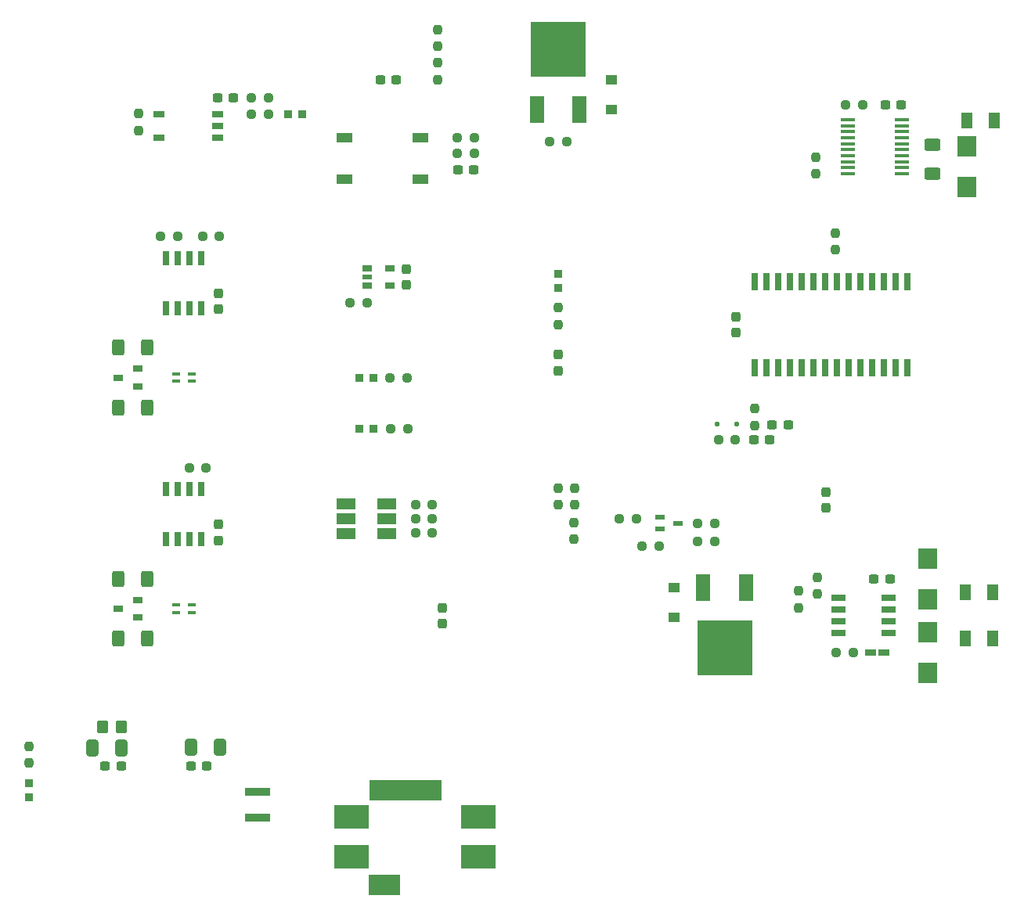
<source format=gtp>
G04 #@! TF.GenerationSoftware,KiCad,Pcbnew,7.0.8*
G04 #@! TF.CreationDate,2023-10-27T16:38:09+09:00*
G04 #@! TF.ProjectId,DMX512toWS2811,444d5835-3132-4746-9f57-53323831312e,rev?*
G04 #@! TF.SameCoordinates,Original*
G04 #@! TF.FileFunction,Paste,Top*
G04 #@! TF.FilePolarity,Positive*
%FSLAX46Y46*%
G04 Gerber Fmt 4.6, Leading zero omitted, Abs format (unit mm)*
G04 Created by KiCad (PCBNEW 7.0.8) date 2023-10-27 16:38:09*
%MOMM*%
%LPD*%
G01*
G04 APERTURE LIST*
G04 Aperture macros list*
%AMRoundRect*
0 Rectangle with rounded corners*
0 $1 Rounding radius*
0 $2 $3 $4 $5 $6 $7 $8 $9 X,Y pos of 4 corners*
0 Add a 4 corners polygon primitive as box body*
4,1,4,$2,$3,$4,$5,$6,$7,$8,$9,$2,$3,0*
0 Add four circle primitives for the rounded corners*
1,1,$1+$1,$2,$3*
1,1,$1+$1,$4,$5*
1,1,$1+$1,$6,$7*
1,1,$1+$1,$8,$9*
0 Add four rect primitives between the rounded corners*
20,1,$1+$1,$2,$3,$4,$5,0*
20,1,$1+$1,$4,$5,$6,$7,0*
20,1,$1+$1,$6,$7,$8,$9,0*
20,1,$1+$1,$8,$9,$2,$3,0*%
G04 Aperture macros list end*
%ADD10R,1.200000X0.700000*%
%ADD11R,1.600000X3.000000*%
%ADD12R,6.000000X6.000000*%
%ADD13R,0.650000X1.850000*%
%ADD14RoundRect,0.237500X-0.237500X0.250000X-0.237500X-0.250000X0.237500X-0.250000X0.237500X0.250000X0*%
%ADD15R,1.800000X1.000000*%
%ADD16R,1.000000X0.500000*%
%ADD17R,2.000000X1.300000*%
%ADD18R,0.900000X0.950000*%
%ADD19R,0.950000X0.900000*%
%ADD20R,2.800000X0.900000*%
%ADD21R,1.525000X0.650000*%
%ADD22R,1.500000X0.450000*%
%ADD23R,1.000000X0.800000*%
%ADD24R,1.000000X0.600000*%
%ADD25R,0.650000X1.525000*%
%ADD26R,3.800000X2.500000*%
%ADD27R,7.900000X2.300000*%
%ADD28R,3.400000X2.300000*%
%ADD29R,0.900000X0.400000*%
%ADD30R,1.160000X1.810000*%
%ADD31R,2.150000X2.200000*%
%ADD32R,1.270000X1.100000*%
%ADD33R,1.100000X0.650000*%
%ADD34RoundRect,0.250000X-0.400000X-0.625000X0.400000X-0.625000X0.400000X0.625000X-0.400000X0.625000X0*%
%ADD35RoundRect,0.237500X0.250000X0.237500X-0.250000X0.237500X-0.250000X-0.237500X0.250000X-0.237500X0*%
%ADD36RoundRect,0.237500X-0.250000X-0.237500X0.250000X-0.237500X0.250000X0.237500X-0.250000X0.237500X0*%
%ADD37R,1.200000X0.800000*%
%ADD38RoundRect,0.237500X0.300000X0.237500X-0.300000X0.237500X-0.300000X-0.237500X0.300000X-0.237500X0*%
%ADD39RoundRect,0.237500X0.237500X-0.250000X0.237500X0.250000X-0.237500X0.250000X-0.237500X-0.250000X0*%
%ADD40RoundRect,0.237500X-0.300000X-0.237500X0.300000X-0.237500X0.300000X0.237500X-0.300000X0.237500X0*%
%ADD41RoundRect,0.125000X-0.125000X-0.125000X0.125000X-0.125000X0.125000X0.125000X-0.125000X0.125000X0*%
%ADD42RoundRect,0.250000X0.400000X0.625000X-0.400000X0.625000X-0.400000X-0.625000X0.400000X-0.625000X0*%
%ADD43RoundRect,0.237500X-0.237500X0.300000X-0.237500X-0.300000X0.237500X-0.300000X0.237500X0.300000X0*%
%ADD44RoundRect,0.250000X-0.412500X-0.650000X0.412500X-0.650000X0.412500X0.650000X-0.412500X0.650000X0*%
%ADD45RoundRect,0.237500X0.237500X-0.300000X0.237500X0.300000X-0.237500X0.300000X-0.237500X-0.300000X0*%
%ADD46RoundRect,0.250000X0.350000X0.450000X-0.350000X0.450000X-0.350000X-0.450000X0.350000X-0.450000X0*%
%ADD47RoundRect,0.250000X0.625000X-0.400000X0.625000X0.400000X-0.625000X0.400000X-0.625000X-0.400000X0*%
%ADD48RoundRect,0.250000X0.412500X0.650000X-0.412500X0.650000X-0.412500X-0.650000X0.412500X-0.650000X0*%
G04 APERTURE END LIST*
D10*
G04 #@! TO.C,LED7*
X167250000Y-116000000D03*
X168750000Y-116000000D03*
G04 #@! TD*
D11*
G04 #@! TO.C,Q1*
X131200000Y-57250000D03*
D12*
X133500000Y-50750000D03*
D11*
X135800000Y-57250000D03*
G04 #@! TD*
D13*
G04 #@! TO.C,IC5*
X154745000Y-75825000D03*
X156015000Y-75825000D03*
X157285000Y-75825000D03*
X158555000Y-75825000D03*
X159825000Y-75825000D03*
X161095000Y-75825000D03*
X162365000Y-75825000D03*
X163635000Y-75825000D03*
X164905000Y-75825000D03*
X166175000Y-75825000D03*
X167445000Y-75825000D03*
X168715000Y-75825000D03*
X169985000Y-75825000D03*
X171255000Y-75825000D03*
X171255000Y-85175000D03*
X169985000Y-85175000D03*
X168715000Y-85175000D03*
X167445000Y-85175000D03*
X166175000Y-85175000D03*
X164905000Y-85175000D03*
X163635000Y-85175000D03*
X162365000Y-85175000D03*
X161095000Y-85175000D03*
X159825000Y-85175000D03*
X158555000Y-85175000D03*
X157285000Y-85175000D03*
X156015000Y-85175000D03*
X154745000Y-85175000D03*
G04 #@! TD*
D14*
G04 #@! TO.C,R29*
X161350000Y-62362500D03*
X161350000Y-64187500D03*
G04 #@! TD*
D15*
G04 #@! TO.C,S1*
X118600000Y-60250000D03*
X110400000Y-60250000D03*
X118600000Y-64750000D03*
X110400000Y-64750000D03*
G04 #@! TD*
D11*
G04 #@! TO.C,Q3*
X153800000Y-109000000D03*
D12*
X151500000Y-115500000D03*
D11*
X149200000Y-109000000D03*
G04 #@! TD*
D16*
G04 #@! TO.C,Q2*
X144550000Y-101350000D03*
X144550000Y-102650000D03*
X146450000Y-102000000D03*
G04 #@! TD*
D17*
G04 #@! TO.C,LED6*
X114950000Y-103100000D03*
X114950000Y-101500000D03*
X114950000Y-99900000D03*
X110550000Y-99900000D03*
X110550000Y-101500000D03*
X110550000Y-103100000D03*
G04 #@! TD*
D18*
G04 #@! TO.C,LED5*
X111992500Y-91750000D03*
X113492500Y-91750000D03*
G04 #@! TD*
G04 #@! TO.C,LED4*
X112000000Y-86250000D03*
X113500000Y-86250000D03*
G04 #@! TD*
D19*
G04 #@! TO.C,LED3*
X133500000Y-75000000D03*
X133500000Y-76500000D03*
G04 #@! TD*
D18*
G04 #@! TO.C,LED2*
X105825000Y-57750000D03*
X104325000Y-57750000D03*
G04 #@! TD*
D19*
G04 #@! TO.C,LED1*
X76250000Y-131637082D03*
X76250000Y-130137082D03*
G04 #@! TD*
D20*
G04 #@! TO.C,L1*
X101000000Y-131100000D03*
X101000000Y-133900000D03*
G04 #@! TD*
D21*
G04 #@! TO.C,IC7*
X163788000Y-110095000D03*
X163788000Y-111365000D03*
X163788000Y-112635000D03*
X163788000Y-113905000D03*
X169212000Y-113905000D03*
X169212000Y-112635000D03*
X169212000Y-111365000D03*
X169212000Y-110095000D03*
G04 #@! TD*
D22*
G04 #@! TO.C,IC6*
X164800000Y-58325000D03*
X164800000Y-58975000D03*
X164800000Y-59625000D03*
X164800000Y-60275000D03*
X164800000Y-60925000D03*
X164800000Y-61575000D03*
X164800000Y-62225000D03*
X164800000Y-62875000D03*
X164800000Y-63525000D03*
X164800000Y-64175000D03*
X170700000Y-64175000D03*
X170700000Y-63525000D03*
X170700000Y-62875000D03*
X170700000Y-62225000D03*
X170700000Y-61575000D03*
X170700000Y-60925000D03*
X170700000Y-60275000D03*
X170700000Y-59625000D03*
X170700000Y-58975000D03*
X170700000Y-58325000D03*
G04 #@! TD*
D23*
G04 #@! TO.C,IC4*
X112875000Y-74425000D03*
D24*
X112875000Y-75375000D03*
D23*
X112875000Y-76325000D03*
X115275000Y-76325000D03*
X115275000Y-74425000D03*
G04 #@! TD*
D25*
G04 #@! TO.C,IC2*
X94905000Y-98288000D03*
X93635000Y-98288000D03*
X92365000Y-98288000D03*
X91095000Y-98288000D03*
X91095000Y-103712000D03*
X92365000Y-103712000D03*
X93635000Y-103712000D03*
X94905000Y-103712000D03*
G04 #@! TD*
G04 #@! TO.C,IC1*
X94905000Y-73288000D03*
X93635000Y-73288000D03*
X92365000Y-73288000D03*
X91095000Y-73288000D03*
X91095000Y-78712000D03*
X92365000Y-78712000D03*
X93635000Y-78712000D03*
X94905000Y-78712000D03*
G04 #@! TD*
D26*
G04 #@! TO.C,FL3*
X124850000Y-138100000D03*
X111150000Y-138100000D03*
X124850000Y-133800000D03*
X111150000Y-133800000D03*
D27*
X117000000Y-130900000D03*
D28*
X114750000Y-141100000D03*
G04 #@! TD*
D29*
G04 #@! TO.C,FL2*
X92150000Y-111650000D03*
X93850000Y-111650000D03*
X93850000Y-110850000D03*
X92150000Y-110850000D03*
G04 #@! TD*
G04 #@! TO.C,FL1*
X92150000Y-86650000D03*
X93850000Y-86650000D03*
X93850000Y-85850000D03*
X92150000Y-85850000D03*
G04 #@! TD*
D30*
G04 #@! TO.C,F3*
X177725000Y-58425000D03*
X180675000Y-58425000D03*
G04 #@! TD*
G04 #@! TO.C,F6*
X177525000Y-114500000D03*
X180475000Y-114500000D03*
G04 #@! TD*
G04 #@! TO.C,F5*
X177525000Y-109500000D03*
X180475000Y-109500000D03*
G04 #@! TD*
D31*
G04 #@! TO.C,D4*
X177700000Y-65625000D03*
X177700000Y-61225000D03*
G04 #@! TD*
D32*
G04 #@! TO.C,D8*
X146000000Y-109000000D03*
X146000000Y-112200000D03*
G04 #@! TD*
D31*
G04 #@! TO.C,D7*
X173500000Y-118200000D03*
X173500000Y-113800000D03*
G04 #@! TD*
D32*
G04 #@! TO.C,D6*
X139250000Y-57200000D03*
X139250000Y-54000000D03*
G04 #@! TD*
D31*
G04 #@! TO.C,D5*
X173500000Y-105800000D03*
X173500000Y-110200000D03*
G04 #@! TD*
D33*
G04 #@! TO.C,D2*
X88050000Y-112210000D03*
X88050000Y-110290000D03*
X85950000Y-111250000D03*
G04 #@! TD*
G04 #@! TO.C,D1*
X88050000Y-87210000D03*
X88050000Y-85290000D03*
X85950000Y-86250000D03*
G04 #@! TD*
D14*
G04 #@! TO.C,R21*
X120500000Y-50412500D03*
X120500000Y-48587500D03*
G04 #@! TD*
D34*
G04 #@! TO.C,R1*
X85950000Y-83000000D03*
X89050000Y-83000000D03*
G04 #@! TD*
D35*
G04 #@! TO.C,R39*
X150412500Y-102000000D03*
X148587500Y-102000000D03*
G04 #@! TD*
G04 #@! TO.C,R28*
X118087500Y-100000000D03*
X119912500Y-100000000D03*
G04 #@! TD*
D36*
G04 #@! TO.C,R31*
X163587500Y-116000000D03*
X165412500Y-116000000D03*
G04 #@! TD*
D37*
G04 #@! TO.C,IC3*
X90350000Y-57730000D03*
X90350000Y-60270000D03*
X96650000Y-60270000D03*
X96650000Y-59000000D03*
X96650000Y-57730000D03*
G04 #@! TD*
D38*
G04 #@! TO.C,C14*
X158362500Y-91325000D03*
X156637500Y-91325000D03*
G04 #@! TD*
G04 #@! TO.C,C15*
X124362500Y-63750000D03*
X122637500Y-63750000D03*
G04 #@! TD*
D36*
G04 #@! TO.C,R25*
X117242500Y-91750000D03*
X115417500Y-91750000D03*
G04 #@! TD*
G04 #@! TO.C,R5*
X90525000Y-70923000D03*
X92350000Y-70923000D03*
G04 #@! TD*
D38*
G04 #@! TO.C,C7*
X93775000Y-128249582D03*
X95500000Y-128249582D03*
G04 #@! TD*
D39*
G04 #@! TO.C,R8*
X135240000Y-103750000D03*
X135240000Y-101925000D03*
G04 #@! TD*
G04 #@! TO.C,R35*
X163500000Y-70587500D03*
X163500000Y-72412500D03*
G04 #@! TD*
D36*
G04 #@! TO.C,R7*
X95025000Y-70923000D03*
X96850000Y-70923000D03*
G04 #@! TD*
G04 #@! TO.C,R18*
X150837500Y-93000000D03*
X152662500Y-93000000D03*
G04 #@! TD*
D40*
G04 #@! TO.C,C12*
X154637500Y-93000000D03*
X156362500Y-93000000D03*
G04 #@! TD*
D39*
G04 #@! TO.C,R12*
X88150000Y-59500000D03*
X88150000Y-57675000D03*
G04 #@! TD*
D41*
G04 #@! TO.C,D3*
X150650000Y-91250000D03*
X152850000Y-91250000D03*
G04 #@! TD*
D42*
G04 #@! TO.C,R4*
X89050000Y-114500000D03*
X85950000Y-114500000D03*
G04 #@! TD*
D36*
G04 #@! TO.C,R17*
X111000000Y-78125000D03*
X112825000Y-78125000D03*
G04 #@! TD*
D43*
G04 #@! TO.C,C2*
X96775000Y-77137500D03*
X96775000Y-78862500D03*
G04 #@! TD*
D36*
G04 #@! TO.C,R22*
X122587500Y-62000000D03*
X124412500Y-62000000D03*
G04 #@! TD*
D44*
G04 #@! TO.C,C4*
X83125000Y-126299582D03*
X86250000Y-126299582D03*
G04 #@! TD*
D45*
G04 #@! TO.C,C8*
X121000000Y-111137500D03*
X121000000Y-112862500D03*
G04 #@! TD*
D43*
G04 #@! TO.C,C11*
X162500000Y-98637500D03*
X162500000Y-100362500D03*
G04 #@! TD*
D39*
G04 #@! TO.C,R9*
X135250000Y-100000000D03*
X135250000Y-98175000D03*
G04 #@! TD*
D35*
G04 #@! TO.C,R30*
X166412500Y-56750000D03*
X164587500Y-56750000D03*
G04 #@! TD*
D38*
G04 #@! TO.C,C16*
X115975000Y-54000000D03*
X114250000Y-54000000D03*
G04 #@! TD*
D45*
G04 #@! TO.C,C13*
X117075000Y-76237500D03*
X117075000Y-74512500D03*
G04 #@! TD*
D40*
G04 #@! TO.C,C3*
X84525000Y-128299582D03*
X86250000Y-128299582D03*
G04 #@! TD*
D39*
G04 #@! TO.C,R13*
X76250000Y-126137082D03*
X76250000Y-127962082D03*
G04 #@! TD*
D35*
G04 #@! TO.C,R24*
X117155000Y-86250000D03*
X115330000Y-86250000D03*
G04 #@! TD*
D36*
G04 #@! TO.C,R38*
X142587500Y-104500000D03*
X144412500Y-104500000D03*
G04 #@! TD*
D39*
G04 #@! TO.C,R33*
X159500000Y-111162500D03*
X159500000Y-109337500D03*
G04 #@! TD*
D36*
G04 #@! TO.C,R37*
X140137500Y-101500000D03*
X141962500Y-101500000D03*
G04 #@! TD*
D35*
G04 #@! TO.C,R6*
X95412500Y-96000000D03*
X93587500Y-96000000D03*
G04 #@! TD*
D36*
G04 #@! TO.C,R15*
X100325000Y-56000000D03*
X102150000Y-56000000D03*
G04 #@! TD*
D46*
G04 #@! TO.C,R10*
X86250000Y-124049582D03*
X84250000Y-124049582D03*
G04 #@! TD*
D43*
G04 #@! TO.C,C10*
X133500000Y-83775000D03*
X133500000Y-85500000D03*
G04 #@! TD*
D14*
G04 #@! TO.C,R23*
X120500000Y-52175000D03*
X120500000Y-54000000D03*
G04 #@! TD*
D35*
G04 #@! TO.C,R36*
X132600000Y-60750000D03*
X134425000Y-60750000D03*
G04 #@! TD*
D45*
G04 #@! TO.C,C17*
X152750000Y-81362500D03*
X152750000Y-79637500D03*
G04 #@! TD*
D35*
G04 #@! TO.C,R40*
X150412500Y-104000000D03*
X148587500Y-104000000D03*
G04 #@! TD*
D39*
G04 #@! TO.C,R20*
X154750000Y-91412500D03*
X154750000Y-89587500D03*
G04 #@! TD*
D36*
G04 #@! TO.C,R14*
X100325000Y-57750000D03*
X102150000Y-57750000D03*
G04 #@! TD*
D43*
G04 #@! TO.C,C1*
X96750000Y-102137500D03*
X96750000Y-103862500D03*
G04 #@! TD*
D40*
G04 #@! TO.C,C19*
X167637500Y-108004500D03*
X169362500Y-108004500D03*
G04 #@! TD*
D47*
G04 #@! TO.C,R34*
X174000000Y-64175000D03*
X174000000Y-61075000D03*
G04 #@! TD*
D40*
G04 #@! TO.C,C18*
X168887500Y-56750000D03*
X170612500Y-56750000D03*
G04 #@! TD*
D48*
G04 #@! TO.C,C9*
X93825000Y-126249582D03*
X96950000Y-126249582D03*
G04 #@! TD*
D38*
G04 #@! TO.C,C5*
X98400000Y-56000000D03*
X96675000Y-56000000D03*
G04 #@! TD*
D35*
G04 #@! TO.C,R26*
X119912500Y-103000000D03*
X118087500Y-103000000D03*
G04 #@! TD*
D34*
G04 #@! TO.C,R3*
X85950000Y-108000000D03*
X89050000Y-108000000D03*
G04 #@! TD*
D14*
G04 #@! TO.C,R19*
X133500000Y-78675000D03*
X133500000Y-80500000D03*
G04 #@! TD*
D39*
G04 #@! TO.C,R11*
X133500000Y-100000000D03*
X133500000Y-98175000D03*
G04 #@! TD*
D42*
G04 #@! TO.C,R2*
X89050000Y-89500000D03*
X85950000Y-89500000D03*
G04 #@! TD*
D35*
G04 #@! TO.C,R16*
X124412500Y-60250000D03*
X122587500Y-60250000D03*
G04 #@! TD*
D14*
G04 #@! TO.C,R32*
X161500000Y-107837500D03*
X161500000Y-109662500D03*
G04 #@! TD*
D35*
G04 #@! TO.C,R27*
X119912500Y-101500000D03*
X118087500Y-101500000D03*
G04 #@! TD*
M02*

</source>
